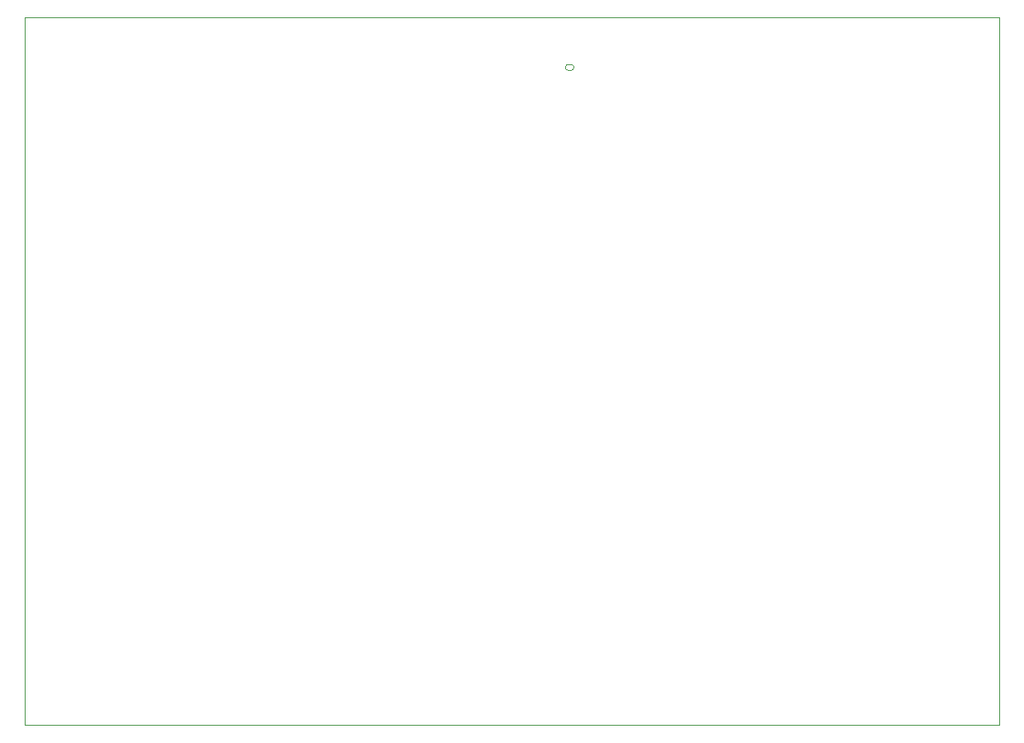
<source format=gbr>
%TF.GenerationSoftware,KiCad,Pcbnew,5.1.7-a382d34a8~88~ubuntu18.04.1*%
%TF.CreationDate,2021-04-29T22:01:18-07:00*%
%TF.ProjectId,dsp_dev_board,6473705f-6465-4765-9f62-6f6172642e6b,rev?*%
%TF.SameCoordinates,Original*%
%TF.FileFunction,Profile,NP*%
%FSLAX46Y46*%
G04 Gerber Fmt 4.6, Leading zero omitted, Abs format (unit mm)*
G04 Created by KiCad (PCBNEW 5.1.7-a382d34a8~88~ubuntu18.04.1) date 2021-04-29 22:01:18*
%MOMM*%
%LPD*%
G01*
G04 APERTURE LIST*
%TA.AperFunction,Profile*%
%ADD10C,0.100000*%
%TD*%
G04 APERTURE END LIST*
D10*
X190000000Y-40000000D02*
X190000000Y-112600000D01*
X90000000Y-40000000D02*
X190000000Y-40000000D01*
X90000000Y-112600000D02*
X90000000Y-40000000D01*
X190000000Y-112600000D02*
X90000000Y-112600000D01*
%TO.C,J10*%
X145775000Y-44785000D02*
X146025000Y-44785000D01*
X146025000Y-45415000D02*
X145775000Y-45415000D01*
X145775000Y-45415000D02*
G75*
G02*
X145460000Y-45100000I0J315000D01*
G01*
X145460000Y-45100000D02*
G75*
G02*
X145775000Y-44785000I315000J0D01*
G01*
X146025000Y-44785000D02*
G75*
G02*
X146340000Y-45100000I0J-315000D01*
G01*
X146340000Y-45100000D02*
G75*
G02*
X146025000Y-45415000I-315000J0D01*
G01*
%TD*%
M02*

</source>
